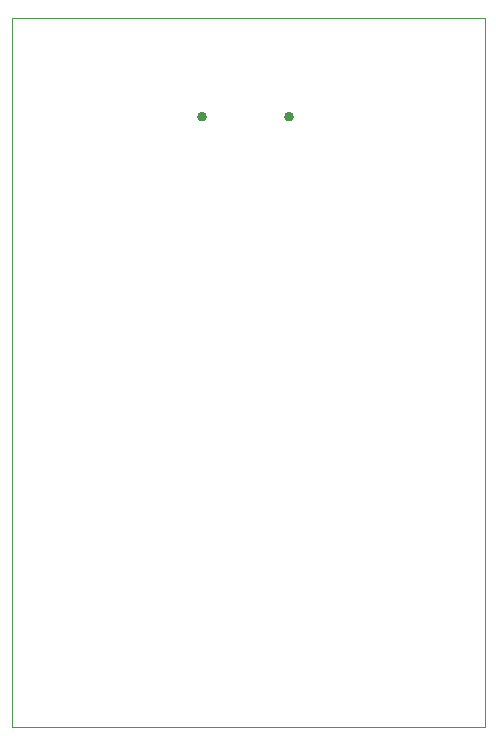
<source format=gbr>
%TF.GenerationSoftware,KiCad,Pcbnew,9.0.4*%
%TF.CreationDate,2025-09-29T16:36:38+03:00*%
%TF.ProjectId,Asius2,41736975-7332-42e6-9b69-6361645f7063,rev?*%
%TF.SameCoordinates,Original*%
%TF.FileFunction,Profile,NP*%
%FSLAX46Y46*%
G04 Gerber Fmt 4.6, Leading zero omitted, Abs format (unit mm)*
G04 Created by KiCad (PCBNEW 9.0.4) date 2025-09-29 16:36:38*
%MOMM*%
%LPD*%
G01*
G04 APERTURE LIST*
%TA.AperFunction,Profile*%
%ADD10C,0.050000*%
%TD*%
%TA.AperFunction,Profile*%
%ADD11C,0.000000*%
%TD*%
G04 APERTURE END LIST*
D10*
X66500000Y-70500000D02*
X106500000Y-70500000D01*
X106500000Y-130500000D01*
X66500000Y-130500000D01*
X66500000Y-70500000D01*
D11*
%TA.AperFunction,Profile*%
%TO.C,USBC1*%
G36*
X82738073Y-78430448D02*
G01*
X82828505Y-78482659D01*
X82902341Y-78556495D01*
X82954552Y-78646927D01*
X82981578Y-78747790D01*
X82981578Y-78852210D01*
X82954552Y-78953073D01*
X82902341Y-79043505D01*
X82828505Y-79117341D01*
X82738073Y-79169552D01*
X82637210Y-79196578D01*
X82532790Y-79196578D01*
X82431927Y-79169552D01*
X82341495Y-79117341D01*
X82267659Y-79043505D01*
X82215448Y-78953073D01*
X82188422Y-78852210D01*
X82188422Y-78747790D01*
X82215448Y-78646927D01*
X82267659Y-78556495D01*
X82341495Y-78482659D01*
X82431927Y-78430448D01*
X82532790Y-78403422D01*
X82637210Y-78403422D01*
X82738073Y-78430448D01*
G37*
%TD.AperFunction*%
%TA.AperFunction,Profile*%
G36*
X90088073Y-78430448D02*
G01*
X90178505Y-78482659D01*
X90252341Y-78556495D01*
X90304552Y-78646927D01*
X90331578Y-78747790D01*
X90331578Y-78852210D01*
X90304552Y-78953073D01*
X90252341Y-79043505D01*
X90178505Y-79117341D01*
X90088073Y-79169552D01*
X89987210Y-79196578D01*
X89882790Y-79196578D01*
X89781927Y-79169552D01*
X89691495Y-79117341D01*
X89617659Y-79043505D01*
X89565448Y-78953073D01*
X89538422Y-78852210D01*
X89538422Y-78747790D01*
X89565448Y-78646927D01*
X89617659Y-78556495D01*
X89691495Y-78482659D01*
X89781927Y-78430448D01*
X89882790Y-78403422D01*
X89987210Y-78403422D01*
X90088073Y-78430448D01*
G37*
%TD.AperFunction*%
%TD*%
M02*

</source>
